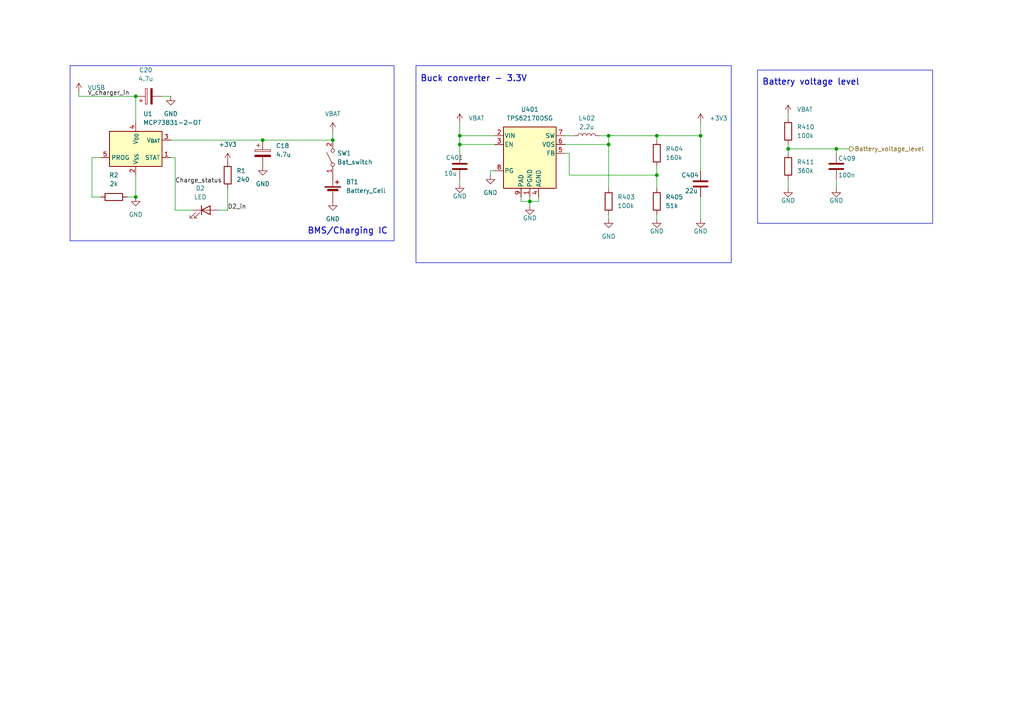
<source format=kicad_sch>
(kicad_sch (version 20250114) (generator "eeschema") (generator_version "9.0")
  (paper "A4")
  (lib_symbols
    (symbol "Battery_Management:MCP73831-2-OT"
      (property "Reference" "U" (at -7.62 6.35 0))
      (property "Value" "MCP73831-2-OT" (at 1.27 6.35 0))
      (symbol "MCP73831-2-OT_0_1"
        (rectangle (start -7.62 5.08) (end 7.62 -5.08) (stroke (width 0.254)) (fill (type background)))
      )
      (symbol "MCP73831-2-OT_1_1"
        (pin input line (at -10.16 -2.54 0) (length 2.54) (name "PROG") (number "5"))
        (pin power_in line (at 0 7.62 270) (length 2.54) (name "V_{DD}") (number "4"))
        (pin power_in line (at 0 -7.62 90) (length 2.54) (name "V_{SS}") (number "2"))
        (pin power_out line (at 10.16 2.54 180) (length 2.54) (name "V_{BAT}") (number "3"))
        (pin tri_state line (at 10.16 -2.54 180) (length 2.54) (name "STAT") (number "1"))
      )
    )
    (symbol "Device:Battery_Cell" (pin_numbers (hide yes)) (pin_names (offset 0) (hide yes))
      (property "Reference" "BT" (at 2.54 2.54 0))
      (property "Value" "Battery_Cell" (at 2.54 0 0))
      (symbol "Battery_Cell_0_1"
        (rectangle (start -2.286 1.778) (end 2.286 1.524) (fill (type outline)))
        (rectangle (start -1.524 1.016) (end 1.524 0.508) (fill (type outline)))
        (polyline (pts (xy 0 1.778) (xy 0 2.54)))
        (polyline (pts (xy 0 0.762) (xy 0 0)))
        (polyline (pts (xy 0.762 3.048) (xy 1.778 3.048)) (stroke (width 0.254)))
        (polyline (pts (xy 1.27 3.556) (xy 1.27 2.54)) (stroke (width 0.254)))
      )
      (symbol "Battery_Cell_1_1"
        (pin passive line (at 0 5.08 270) (length 2.54) (name "+") (number "1"))
        (pin passive line (at 0 -2.54 90) (length 2.54) (name "-") (number "2"))
      )
    )
    (symbol "Device:C" (pin_numbers (hide yes)) (pin_names (offset 0.254))
      (property "Reference" "C" (at 0.635 2.54 0))
      (property "Value" "C" (at 0.635 -2.54 0))
      (symbol "C_0_1"
        (polyline (pts (xy -2.032 0.762) (xy 2.032 0.762)) (stroke (width 0.508)))
        (polyline (pts (xy -2.032 -0.762) (xy 2.032 -0.762)) (stroke (width 0.508)))
      )
      (symbol "C_1_1"
        (pin passive line (at 0 3.81 270) (length 2.794) (name "~") (number "1"))
        (pin passive line (at 0 -3.81 90) (length 2.794) (name "~") (number "2"))
      )
    )
    (symbol "Device:C_Polarized" (pin_numbers (hide yes)) (pin_names (offset 0.254))
      (property "Reference" "C" (at 0.635 2.54 0))
      (property "Value" "C_Polarized" (at 0.635 -2.54 0))
      (symbol "C_Polarized_0_1"
        (rectangle (start -2.286 0.508) (end 2.286 1.016))
        (polyline (pts (xy -1.778 2.286) (xy -0.762 2.286)))
        (polyline (pts (xy -1.27 2.794) (xy -1.27 1.778)))
        (rectangle (start 2.286 -0.508) (end -2.286 -1.016) (fill (type outline)))
      )
      (symbol "C_Polarized_1_1"
        (pin passive line (at 0 3.81 270) (length 2.794) (name "~") (number "1"))
        (pin passive line (at 0 -3.81 90) (length 2.794) (name "~") (number "2"))
      )
    )
    (symbol "Device:L" (pin_numbers (hide yes)) (pin_names (offset 1.016) (hide yes))
      (property "Reference" "L" (at -1.27 0 90))
      (property "Value" "L" (at 1.905 0 90))
      (symbol "L_0_1"
        (arc (start 0 2.54) (mid 0.6323 1.905) (end 0 1.27))
        (arc (start 0 1.27) (mid 0.6323 0.635) (end 0 0))
        (arc (start 0 0) (mid 0.6323 -0.635) (end 0 -1.27))
        (arc (start 0 -1.27) (mid 0.6323 -1.905) (end 0 -2.54))
      )
      (symbol "L_1_1"
        (pin passive line (at 0 3.81 270) (length 1.27) (name "1") (number "1"))
        (pin passive line (at 0 -3.81 90) (length 1.27) (name "2") (number "2"))
      )
    )
    (symbol "Device:LED" (pin_numbers (hide yes)) (pin_names (offset 1.016) (hide yes))
      (property "Reference" "D" (at 0 2.54 0))
      (property "Value" "LED" (at 0 -2.54 0))
      (symbol "LED_0_1"
        (polyline (pts (xy -3.048 -0.762) (xy -4.572 -2.286) (xy -3.81 -2.286) (xy -4.572 -2.286) (xy -4.572 -1.524)))
        (polyline (pts (xy -1.778 -0.762) (xy -3.302 -2.286) (xy -2.54 -2.286) (xy -3.302 -2.286) (xy -3.302 -1.524)))
        (polyline (pts (xy -1.27 0) (xy 1.27 0)))
        (polyline (pts (xy -1.27 -1.27) (xy -1.27 1.27)) (stroke (width 0.254)))
        (polyline (pts (xy 1.27 -1.27) (xy 1.27 1.27) (xy -1.27 0) (xy 1.27 -1.27)) (stroke (width 0.254)))
      )
      (symbol "LED_1_1"
        (pin passive line (at -3.81 0 0) (length 2.54) (name "K") (number "1"))
        (pin passive line (at 3.81 0 180) (length 2.54) (name "A") (number "2"))
      )
    )
    (symbol "Device:R" (pin_numbers (hide yes)) (pin_names (offset 0))
      (property "Reference" "R" (at 2.032 0 90))
      (property "Value" "R" (at 0 0 90))
      (symbol "R_0_1"
        (rectangle (start -1.016 -2.54) (end 1.016 2.54) (stroke (width 0.254)))
      )
      (symbol "R_1_1"
        (pin passive line (at 0 3.81 270) (length 1.27) (name "~") (number "1"))
        (pin passive line (at 0 -3.81 90) (length 1.27) (name "~") (number "2"))
      )
    )
    (symbol "Regulator_Switching:TPS62170DSG" (pin_names (offset 0.254))
      (property "Reference" "U" (at -7.62 11.43 0))
      (property "Value" "TPS62170DSG" (at -1.27 11.43 0))
      (symbol "TPS62170DSG_0_1"
        (rectangle (start -7.62 10.16) (end 7.62 -7.62) (stroke (width 0.254)) (fill (type background)))
      )
      (symbol "TPS62170DSG_1_1"
        (pin power_in line (at -10.16 7.62 0) (length 2.54) (name "VIN") (number "2"))
        (pin input line (at -10.16 5.08 0) (length 2.54) (name "EN") (number "3"))
        (pin open_collector line (at -10.16 -2.54 0) (length 2.54) (name "PG") (number "8"))
        (pin power_in line (at -2.54 -10.16 90) (length 2.54) (name "PAD") (number "9"))
        (pin power_in line (at 0 -10.16 90) (length 2.54) (name "PGND") (number "1"))
        (pin power_in line (at 2.54 -10.16 90) (length 2.54) (name "AGND") (number "4"))
        (pin output line (at 10.16 7.62 180) (length 2.54) (name "SW") (number "7"))
        (pin input line (at 10.16 5.08 180) (length 2.54) (name "VOS") (number "6"))
        (pin input line (at 10.16 2.54 180) (length 2.54) (name "FB") (number "5"))
      )
    )
    (symbol "Switch:SW_SPST" (pin_names (offset 0) (hide yes))
      (property "Reference" "SW" (at 0 3.175 0))
      (property "Value" "SW_SPST" (at 0 -2.54 0))
      (symbol "SW_SPST_0_0"
        (circle (center -2.032 0) (radius 0.508))
        (polyline (pts (xy -1.524 0.254) (xy 1.524 1.778)))
        (circle (center 2.032 0) (radius 0.508))
      )
      (symbol "SW_SPST_1_1"
        (pin passive line (at -5.08 0 0) (length 2.54) (name "A") (number "1"))
        (pin passive line (at 5.08 0 180) (length 2.54) (name "B") (number "2"))
      )
    )
    (symbol "power:+3.3V" (power) (pin_numbers (hide yes)) (pin_names (offset 0) (hide yes))
      (property "Value" "+3.3V" (at 0 3.556 0))
      (symbol "+3.3V_0_1"
        (polyline (pts (xy -0.762 1.27) (xy 0 2.54)))
        (polyline (pts (xy 0 2.54) (xy 0.762 1.27)))
        (polyline (pts (xy 0 0) (xy 0 2.54)))
      )
      (symbol "+3.3V_1_1"
        (pin power_in line (at 0 0 90) (length 0) (name "~") (number "1"))
      )
    )
    (symbol "power:GND" (power) (pin_numbers (hide yes)) (pin_names (offset 0) (hide yes))
      (property "Value" "GND" (at 0 -3.81 0))
      (symbol "GND_0_1"
        (polyline (pts (xy 0 0) (xy 0 -1.27) (xy 1.27 -1.27) (xy 0 -2.54) (xy -1.27 -1.27) (xy 0 -1.27)))
      )
      (symbol "GND_1_1"
        (pin power_in line (at 0 0 270) (length 0) (name "~") (number "1"))
      )
    )
    (symbol "power:VBUS" (power) (pin_numbers (hide yes)) (pin_names (offset 0) (hide yes))
      (property "Value" "VBUS" (at 0 3.556 0))
      (symbol "VBUS_0_1"
        (polyline (pts (xy -0.762 1.27) (xy 0 2.54)))
        (polyline (pts (xy 0 2.54) (xy 0.762 1.27)))
        (polyline (pts (xy 0 0) (xy 0 2.54)))
      )
      (symbol "VBUS_1_1"
        (pin power_in line (at 0 0 90) (length 0) (name "~") (number "1"))
      )
    )
    (symbol "power:VDC" (power) (pin_numbers (hide yes)) (pin_names (offset 0) (hide yes))
      (property "Value" "VDC" (at 0 3.556 0))
      (symbol "VDC_0_1"
        (polyline (pts (xy -0.762 1.27) (xy 0 2.54)))
        (polyline (pts (xy 0 2.54) (xy 0.762 1.27)))
        (polyline (pts (xy 0 0) (xy 0 2.54)))
      )
      (symbol "VDC_1_1"
        (pin power_in line (at 0 0 90) (length 0) (name "~") (number "1"))
      )
    )
  )
  (rectangle (start 219.71 20.32) (end 270.51 64.77))
  (rectangle (start 120.65 19.05) (end 212.09 76.2))
  (rectangle (start 20.32 19.05) (end 114.3 69.85))
  (text "BMS/Charging IC\n" (at 100.838 67.056 0) (effects (font (size 1.778 1.778) (thickness 0.254) (bold yes))))
  (text "Battery voltage level" (at 235.204 23.876 0) (effects (font (size 1.778 1.778) (thickness 0.254) (bold yes))))
  (text "Buck converter - 3.3V" (at 137.414 22.86 0) (effects (font (size 1.778 1.778) (thickness 0.254) (bold yes))))
  (junction (at 76.2 40.64))
  (junction (at 133.35 41.91))
  (junction (at 176.53 41.91))
  (junction (at 203.2 39.37))
  (junction (at 96.52 40.64))
  (junction (at 133.35 39.37))
  (junction (at 39.37 57.15))
  (junction (at 242.57 43.18))
  (junction (at 190.5 50.8))
  (junction (at 39.37 27.94))
  (junction (at 153.67 58.42))
  (junction (at 190.5 39.37))
  (junction (at 228.6 43.18))
  (junction (at 176.53 39.37))
  (wire (pts (xy 190.5 48.26) (xy 190.5 50.8)))
  (wire (pts (xy 63.5 60.96) (xy 66.04 60.96)))
  (wire (pts (xy 133.35 41.91) (xy 133.35 44.45)))
  (wire (pts (xy 133.35 52.07) (xy 133.35 53.34)))
  (wire (pts (xy 173.99 39.37) (xy 176.53 39.37)))
  (wire (pts (xy 242.57 52.07) (xy 242.57 54.61)))
  (wire (pts (xy 176.53 41.91) (xy 176.53 54.61)))
  (wire (pts (xy 39.37 27.94) (xy 39.37 35.56)))
  (wire (pts (xy 39.37 50.8) (xy 39.37 57.15)))
  (wire (pts (xy 153.67 58.42) (xy 153.67 59.69)))
  (wire (pts (xy 26.67 45.72) (xy 29.21 45.72)))
  (wire (pts (xy 163.83 44.45) (xy 165.1 44.45)))
  (wire (pts (xy 153.67 58.42) (xy 156.21 58.42)))
  (wire (pts (xy 49.53 40.64) (xy 76.2 40.64)))
  (wire (pts (xy 203.2 57.15) (xy 203.2 63.5)))
  (wire (pts (xy 55.88 60.96) (xy 50.8 60.96)))
  (wire (pts (xy 133.35 39.37) (xy 133.35 35.56)))
  (wire (pts (xy 156.21 57.15) (xy 156.21 58.42)))
  (wire (pts (xy 96.52 38.1) (xy 96.52 40.64)))
  (wire (pts (xy 133.35 41.91) (xy 133.35 39.37)))
  (wire (pts (xy 151.13 57.15) (xy 151.13 58.42)))
  (wire (pts (xy 203.2 39.37) (xy 190.5 39.37)))
  (wire (pts (xy 29.21 57.15) (xy 26.67 57.15)))
  (wire (pts (xy 153.67 57.15) (xy 153.67 58.42)))
  (wire (pts (xy 133.35 39.37) (xy 143.51 39.37)))
  (wire (pts (xy 228.6 43.18) (xy 242.57 43.18)))
  (wire (pts (xy 76.2 40.64) (xy 96.52 40.64)))
  (wire (pts (xy 228.6 52.07) (xy 228.6 54.61)))
  (wire (pts (xy 203.2 39.37) (xy 203.2 49.53)))
  (wire (pts (xy 228.6 41.91) (xy 228.6 43.18)))
  (wire (pts (xy 36.83 57.15) (xy 39.37 57.15)))
  (wire (pts (xy 176.53 39.37) (xy 176.53 41.91)))
  (wire (pts (xy 242.57 44.45) (xy 242.57 43.18)))
  (wire (pts (xy 190.5 50.8) (xy 190.5 54.61)))
  (wire (pts (xy 142.24 49.53) (xy 142.24 50.8)))
  (wire (pts (xy 142.24 49.53) (xy 143.51 49.53)))
  (wire (pts (xy 190.5 62.23) (xy 190.5 63.5)))
  (wire (pts (xy 50.8 45.72) (xy 50.8 60.96)))
  (wire (pts (xy 66.04 60.96) (xy 66.04 54.61)))
  (wire (pts (xy 242.57 43.18) (xy 246.38 43.18)))
  (wire (pts (xy 190.5 40.64) (xy 190.5 39.37)))
  (wire (pts (xy 22.86 27.94) (xy 39.37 27.94)))
  (wire (pts (xy 163.83 39.37) (xy 166.37 39.37)))
  (wire (pts (xy 228.6 33.02) (xy 228.6 34.29)))
  (wire (pts (xy 165.1 44.45) (xy 165.1 50.8)))
  (wire (pts (xy 143.51 41.91) (xy 133.35 41.91)))
  (wire (pts (xy 26.67 57.15) (xy 26.67 45.72)))
  (wire (pts (xy 163.83 41.91) (xy 176.53 41.91)))
  (wire (pts (xy 49.53 45.72) (xy 50.8 45.72)))
  (wire (pts (xy 176.53 39.37) (xy 190.5 39.37)))
  (wire (pts (xy 203.2 35.56) (xy 203.2 39.37)))
  (wire (pts (xy 176.53 63.5) (xy 176.53 62.23)))
  (wire (pts (xy 46.99 27.94) (xy 49.53 27.94)))
  (wire (pts (xy 22.86 27.94) (xy 22.86 26.67)))
  (wire (pts (xy 228.6 43.18) (xy 228.6 44.45)))
  (wire (pts (xy 151.13 58.42) (xy 153.67 58.42)))
  (wire (pts (xy 165.1 50.8) (xy 190.5 50.8)))
  (label "V_charger_in" (at 25.4 27.94 0))
  (label "D2_in" (at 66.04 60.96 0))
  (label "Charge_status" (at 50.8 53.34 0))
  (hierarchical_label "Battery_voltage_level" (shape output) (at 246.38 43.18 0))
  (symbol (lib_id "Device:R") (at 228.6 48.26 0) (unit 1)
    (property "Reference" "R411" (at 231.14 46.9899 0) (effects (justify left)))
    (property "Value" "360k" (at 231.14 49.5299 0) (effects (justify left)))
    (property "Footprint" "Resistor_SMD:R_0603_1608Metric_Pad0.98x0.95mm_HandSolder" (effects (hide yes)))
    (property "Description" "Resistor" (effects (hide yes)))
  )
  (symbol (lib_id "Device:C_Polarized") (at 43.18 27.94 90) (unit 1)
    (property "Reference" "C20" (at 42.291 20.32 90))
    (property "Value" "4.7u" (at 42.291 22.86 90))
    (property "Footprint" "Capacitor_SMD:C_0805_2012Metric_Pad1.18x1.45mm_HandSolder" (effects (hide yes)))
    (property "Description" "Polarized capacitor" (effects (hide yes)))
  )
  (symbol (lib_id "Device:R") (at 66.04 50.8 0) (unit 1)
    (property "Reference" "R1" (at 68.58 49.5299 0) (effects (justify left)))
    (property "Value" "240" (at 68.58 52.0699 0) (effects (justify left)))
    (property "Footprint" "Resistor_SMD:R_0603_1608Metric_Pad0.98x0.95mm_HandSolder" (effects (hide yes)))
    (property "Description" "Resistor" (effects (hide yes)))
  )
  (symbol (lib_id "Switch:SW_SPST") (at 96.52 45.72 90) (unit 1)
    (property "Reference" "SW1" (at 97.79 44.4499 90) (effects (justify right)))
    (property "Value" "Bat_switch" (at 97.79 46.9899 90) (effects (justify right)))
    (property "Footprint" "Connector_JST:JST_PH_B2B-PH-K_1x02_P2.00mm_Vertical" (effects (hide yes)))
    (property "Description" "Single Pole Single Throw (SPST) switch" (effects (hide yes)))
  )
  (symbol (lib_id "Device:R") (at 176.53 58.42 180) (unit 1)
    (property "Reference" "R403" (at 179.07 57.1499 0) (effects (justify right)))
    (property "Value" "100k" (at 179.07 59.6899 0) (effects (justify right)))
    (property "Footprint" "Resistor_SMD:R_0603_1608Metric_Pad0.98x0.95mm_HandSolder" (effects (hide yes)))
    (property "Description" "Resistor" (effects (hide yes)))
  )
  (symbol (lib_id "Regulator_Switching:TPS62170DSG") (at 153.67 46.99 0) (unit 1)
    (property "Reference" "U401" (at 153.67 31.75 0))
    (property "Value" "TPS62170DSG" (at 153.67 34.29 0))
    (property "Footprint" "Package_SON:WSON-8-1EP_2x2mm_P0.5mm_EP0.9x1.6mm_ThermalVias" (effects (hide yes)))
    (property "Datasheet" "https://docs.rs-online.com/6cf3/A700000008843933.pdf" (effects (hide yes)))
    (property "Description" "500mA Step-Down Converter with DCS-Control, adjustable output, 3-17V input voltage, WSON-8" (effects (hide yes)))
  )
  (symbol (lib_id "power:VDC") (at 22.86 26.67 0) (unit 1)
    (property "Reference" "#PWR010" (effects (hide yes)))
    (property "Value" "VUSB" (at 25.4 25.3999 0) (effects (justify left)))
    (property "Description" "Power symbol creates a global label with name \"VDC\"" (effects (hide yes)))
  )
  (symbol (lib_id "Device:C_Polarized") (at 76.2 44.45 0) (unit 1)
    (property "Reference" "C18" (at 80.01 42.2909 0) (effects (justify left)))
    (property "Value" "4.7u" (at 80.01 44.8309 0) (effects (justify left)))
    (property "Footprint" "Capacitor_SMD:C_0805_2012Metric_Pad1.18x1.45mm_HandSolder" (effects (hide yes)))
    (property "Description" "Polarized capacitor" (effects (hide yes)))
  )
  (symbol (lib_id "Device:L") (at 170.18 39.37 90) (unit 1)
    (property "Reference" "L402" (at 170.18 34.29 90))
    (property "Value" "2.2u" (at 170.18 36.83 90))
    (property "Footprint" "Inductor_SMD:L_APV_ANR252012" (effects (hide yes)))
    (property "Description" "Inductor" (effects (hide yes)))
  )
  (symbol (lib_id "power:GND") (at 96.52 58.42 0) (unit 1)
    (property "Reference" "#PWR04" (effects (hide yes)))
    (property "Value" "GND" (at 96.52 63.5 0))
    (property "Description" "Power symbol creates a global label with name \"GND\" , ground" (effects (hide yes)))
  )
  (symbol (lib_id "Device:LED") (at 59.69 60.96 0) (unit 1)
    (property "Reference" "D2" (at 58.1025 54.61 0))
    (property "Value" "LED" (at 58.1025 57.15 0))
    (property "Footprint" "Diode_SMD:D_0603_1608Metric_Pad1.05x0.95mm_HandSolder" (effects (hide yes)))
    (property "Description" "Light emitting diode" (effects (hide yes)))
    (property "Sim.Pins" "1=K 2=A" (effects (hide yes)))
  )
  (symbol (lib_id "Device:C") (at 242.57 48.26 0) (unit 1)
    (property "Reference" "C409" (at 243.078 45.974 0) (effects (justify left)))
    (property "Value" "100n" (at 243.078 50.8 0) (effects (justify left)))
    (property "Footprint" "Capacitor_SMD:C_0603_1608Metric_Pad1.08x0.95mm_HandSolder" (effects (hide yes)))
    (property "Description" "Unpolarized capacitor" (effects (hide yes)))
  )
  (symbol (lib_id "Device:R") (at 228.6 38.1 0) (unit 1)
    (property "Reference" "R410" (at 231.14 36.8299 0) (effects (justify left)))
    (property "Value" "100k" (at 231.14 39.3699 0) (effects (justify left)))
    (property "Footprint" "Resistor_SMD:R_0603_1608Metric_Pad0.98x0.95mm_HandSolder" (effects (hide yes)))
    (property "Description" "Resistor" (effects (hide yes)))
  )
  (symbol (lib_id "power:VDC") (at 66.04 46.99 0) (unit 1)
    (property "Reference" "#PWR01" (effects (hide yes)))
    (property "Value" "+3V3" (at 66.04 41.91 0))
    (property "Description" "Power symbol creates a global label with name \"VDC\"" (effects (hide yes)))
  )
  (symbol (lib_id "power:GND") (at 39.37 57.15 0) (unit 1)
    (property "Reference" "#PWR05" (effects (hide yes)))
    (property "Value" "GND" (at 39.37 62.23 0))
    (property "Description" "Power symbol creates a global label with name \"GND\" , ground" (effects (hide yes)))
  )
  (symbol (lib_id "power:GND") (at 176.53 63.5 0) (unit 1)
    (property "Reference" "#PWR0411" (effects (hide yes)))
    (property "Value" "GND" (at 176.53 68.58 0))
    (property "Description" "Power symbol creates a global label with name \"GND\" , ground" (effects (hide yes)))
  )
  (symbol (lib_id "power:VBUS") (at 96.52 38.1 0) (unit 1)
    (property "Reference" "#PWR011" (effects (hide yes)))
    (property "Value" "VBAT" (at 96.52 33.02 0))
    (property "Description" "Power symbol creates a global label with name \"VBAT\"" (effects (hide yes)))
  )
  (symbol (lib_id "Device:R") (at 33.02 57.15 90) (unit 1)
    (property "Reference" "R2" (at 33.02 50.8 90))
    (property "Value" "2k" (at 33.02 53.34 90))
    (property "Footprint" "Resistor_SMD:R_0603_1608Metric_Pad0.98x0.95mm_HandSolder" (effects (hide yes)))
    (property "Description" "Resistor" (effects (hide yes)))
  )
  (symbol (lib_id "power:+3.3V") (at 203.2 35.56 0) (unit 1)
    (property "Reference" "#PWR0413" (effects (hide yes)))
    (property "Value" "+3V3" (at 205.74 34.2899 0) (effects (justify left)))
    (property "Description" "Power symbol creates a global label with name \"+3.3V\"" (effects (hide yes)))
  )
  (symbol (lib_id "Device:R") (at 190.5 44.45 180) (unit 1)
    (property "Reference" "R404" (at 193.04 43.1799 0) (effects (justify right)))
    (property "Value" "160k" (at 193.04 45.7199 0) (effects (justify right)))
    (property "Footprint" "Resistor_SMD:R_0603_1608Metric_Pad0.98x0.95mm_HandSolder" (effects (hide yes)))
    (property "Description" "Resistor" (effects (hide yes)))
  )
  (symbol (lib_id "power:GND") (at 133.35 53.34 0) (unit 1)
    (property "Reference" "#PWR0402" (effects (hide yes)))
    (property "Value" "GND" (at 133.35 56.896 0))
    (property "Description" "Power symbol creates a global label with name \"GND\" , ground" (effects (hide yes)))
  )
  (symbol (lib_id "Device:Battery_Cell") (at 96.52 55.88 0) (unit 1)
    (property "Reference" "BT1" (at 100.33 52.7684 0) (effects (justify left)))
    (property "Value" "Battery_Cell" (at 100.33 55.3084 0) (effects (justify left)))
    (property "Footprint" "Connector_JST:JST_PH_B2B-PH-K_1x02_P2.00mm_Vertical" (effects (hide yes)))
    (property "Description" "Single-cell battery" (effects (hide yes)))
  )
  (symbol (lib_id "power:VDC") (at 133.35 35.56 0) (unit 1)
    (property "Reference" "#PWR0401" (effects (hide yes)))
    (property "Value" "VBAT" (at 135.89 34.2899 0) (effects (justify left)))
    (property "Description" "Power symbol creates a global label with name \"VDC\"" (effects (hide yes)))
  )
  (symbol (lib_id "power:GND") (at 49.53 27.94 0) (unit 1)
    (property "Reference" "#PWR02" (effects (hide yes)))
    (property "Value" "GND" (at 49.53 33.02 0))
    (property "Description" "Power symbol creates a global label with name \"GND\" , ground" (effects (hide yes)))
  )
  (symbol (lib_id "power:GND") (at 190.5 63.5 0) (unit 1)
    (property "Reference" "#PWR0412" (effects (hide yes)))
    (property "Value" "GND" (at 190.5 67.056 0))
    (property "Description" "Power symbol creates a global label with name \"GND\" , ground" (effects (hide yes)))
  )
  (symbol (lib_id "Device:C") (at 203.2 53.34 0) (unit 1)
    (property "Reference" "C404" (at 197.612 50.8 0) (effects (justify left)))
    (property "Value" "22u" (at 198.628 55.372 0) (effects (justify left)))
    (property "Footprint" "Capacitor_SMD:C_0805_2012Metric_Pad1.18x1.45mm_HandSolder" (effects (hide yes)))
    (property "Datasheet" "https://dk.rs-online.com/web/p/keramiske-flerlags-kondensatorer-mlcc/2478209" (effects (hide yes)))
    (property "Description" "Unpolarized capacitor" (effects (hide yes)))
  )
  (symbol (lib_id "power:GND") (at 76.2 48.26 0) (unit 1)
    (property "Reference" "#PWR03" (effects (hide yes)))
    (property "Value" "GND" (at 76.2 53.34 0))
    (property "Description" "Power symbol creates a global label with name \"GND\" , ground" (effects (hide yes)))
  )
  (symbol (lib_id "Device:R") (at 190.5 58.42 180) (unit 1)
    (property "Reference" "R405" (at 193.04 57.1499 0) (effects (justify right)))
    (property "Value" "51k" (at 193.04 59.6899 0) (effects (justify right)))
    (property "Footprint" "Resistor_SMD:R_0603_1608Metric_Pad0.98x0.95mm_HandSolder" (effects (hide yes)))
    (property "Description" "Resistor" (effects (hide yes)))
  )
  (symbol (lib_id "power:GND") (at 142.24 50.8 0) (unit 1)
    (property "Reference" "#PWR0403" (effects (hide yes)))
    (property "Value" "GND" (at 142.24 55.88 0))
    (property "Description" "Power symbol creates a global label with name \"GND\" , ground" (effects (hide yes)))
  )
  (symbol (lib_id "power:VDC") (at 228.6 33.02 0) (unit 1)
    (property "Reference" "#PWR0427" (effects (hide yes)))
    (property "Value" "VBAT" (at 231.14 31.7499 0) (effects (justify left)))
    (property "Description" "Power symbol creates a global label with name \"VDC\"" (effects (hide yes)))
  )
  (symbol (lib_id "power:GND") (at 153.67 59.69 0) (unit 1)
    (property "Reference" "#PWR0407" (effects (hide yes)))
    (property "Value" "GND" (at 153.67 63.246 0))
    (property "Description" "Power symbol creates a global label with name \"GND\" , ground" (effects (hide yes)))
  )
  (symbol (lib_id "Device:C") (at 133.35 48.26 0) (unit 1)
    (property "Reference" "C401" (at 129.286 45.72 0) (effects (justify left)))
    (property "Value" "10u" (at 128.778 50.292 0) (effects (justify left)))
    (property "Footprint" "Capacitor_SMD:C_0805_2012Metric_Pad1.18x1.45mm_HandSolder" (effects (hide yes)))
    (property "Description" "Unpolarized capacitor" (effects (hide yes)))
  )
  (symbol (lib_id "power:GND") (at 228.6 54.61 0) (unit 1)
    (property "Reference" "#PWR0428" (effects (hide yes)))
    (property "Value" "GND" (at 228.6 58.166 0))
    (property "Description" "Power symbol creates a global label with name \"GND\" , ground" (effects (hide yes)))
  )
  (symbol (lib_id "power:GND") (at 203.2 63.5 0) (unit 1)
    (property "Reference" "#PWR0414" (effects (hide yes)))
    (property "Value" "GND" (at 203.2 67.056 0))
    (property "Description" "Power symbol creates a global label with name \"GND\" , ground" (effects (hide yes)))
  )
  (symbol (lib_id "power:GND") (at 242.57 54.61 0) (unit 1)
    (property "Reference" "#PWR0431" (effects (hide yes)))
    (property "Value" "GND" (at 242.57 58.166 0))
    (property "Description" "Power symbol creates a global label with name \"GND\" , ground" (effects (hide yes)))
  )
  (symbol (lib_id "Battery_Management:MCP73831-2-OT") (at 39.37 43.18 0) (unit 1)
    (property "Reference" "U1" (at 41.5133 33.02 0) (effects (justify left)))
    (property "Value" "MCP73831-2-OT" (at 41.5133 35.56 0) (effects (justify left)))
    (property "Footprint" "Package_TO_SOT_SMD:SOT-23-5" (effects (hide yes)))
    (property "Datasheet" "http://ww1.microchip.com/downloads/en/DeviceDoc/20001984g.pdf" (effects (hide yes)))
    (property "Description" "Single cell, Li-Ion/Li-Po charge management controller, 4.20V, Tri-State Status Output, in SOT23-5 package" (effects (hide yes)))
  )
)
</source>
